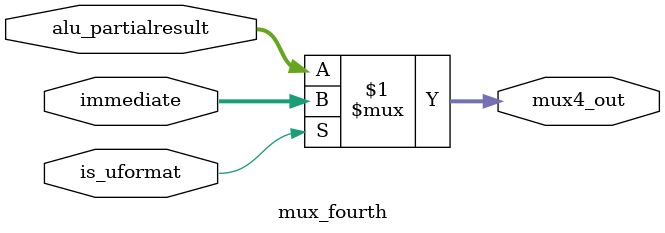
<source format=v>
`timescale 1ns / 1ps
module mux_fourth(is_uformat, alu_partialresult, immediate, mux4_out);
    
    input [31:0] alu_partialresult, immediate; 
    input is_uformat; 
    output [31:0] mux4_out;
    
    assign mux4_out = (is_uformat ? immediate : alu_partialresult);
    
endmodule

</source>
